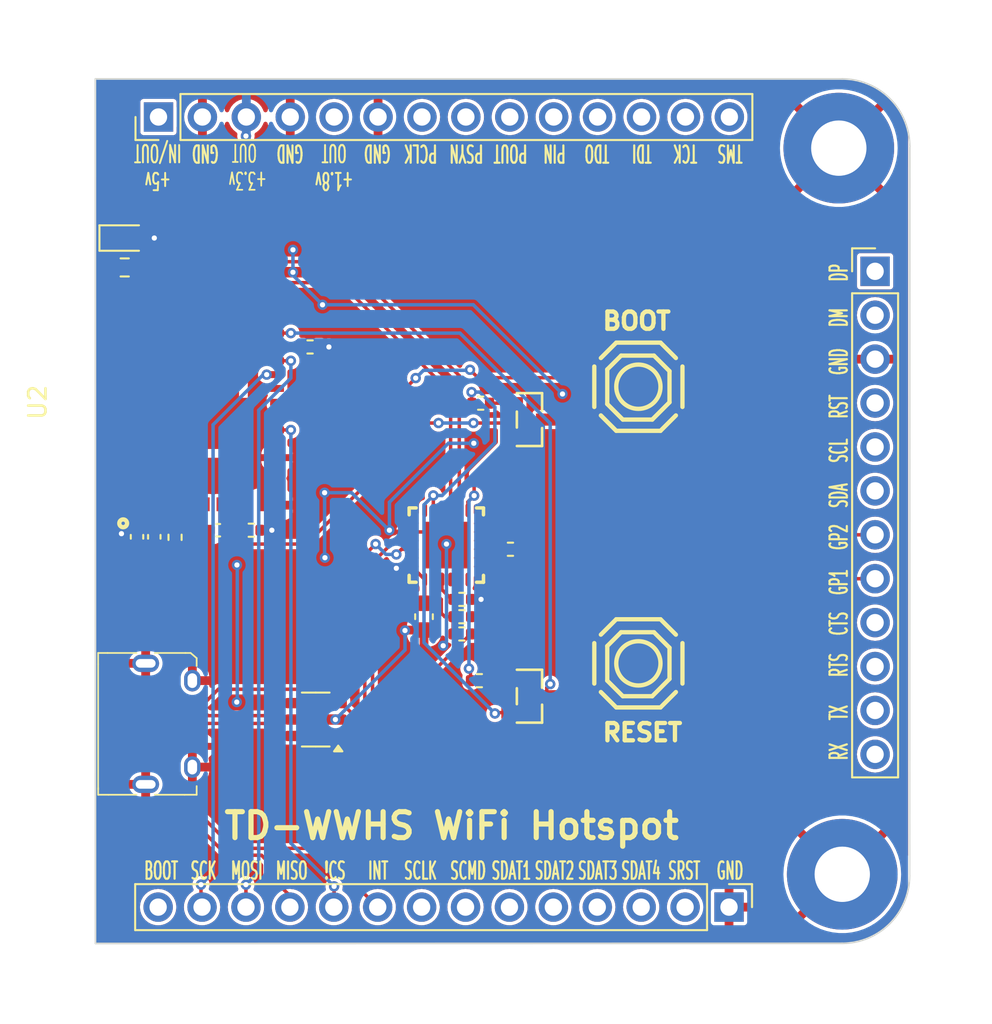
<source format=kicad_pcb>
(kicad_pcb (version 20240108) (generator "pcbnew") (generator_version "8.0")
  (title_block (title "TD-WRLS Gateway hAT") (date "2024-09-02") (rev "1.0") (company "Teledatics Incorporated") (comment 1 "James Ewing"))
  (layers (0 "F.Cu" signal) (31 "B.Cu" signal) (34 "B.Paste" user) (35 "F.Paste" user) (36 "B.SilkS" user "B.Silkscreen") (37 "F.SilkS" user "F.Silkscreen") (38 "B.Mask" user) (39 "F.Mask" user) (44 "Edge.Cuts" user))
  (net 0 "")
  (net 1 "SDIO_DAT0_1v8")
  (net 2 "SPI_MISO")
  (net 3 "MODE")
  (net 4 "SPI_IRQ")
  (net 5 "SPI_MOSI")
  (net 6 "SPI_SCK")
  (net 7 "SDIO_DAT2_1v8")
  (net 8 "SPI_!CS")
  (net 9 "SDIO_CLK_1v8")
  (net 10 "SDIO_CMD_1v8")
  (net 11 "SDIO_DAT1_1v8")
  (net 12 "SDIO_DAT3_1v8")
  (net 13 "SDIO_RESET_1v8")
  (net 14 "~{RESET}")
  (net 15 "JTAG_TCK")
  (net 16 "JTAG_TDI")
  (net 17 "JTAG_TDO")
  (net 18 "JTAG_TMS")
  (net 19 "USB_D-")
  (net 20 "UART_CTS")
  (net 21 "UART_RTS")
  (net 22 "UART_TX")
  (net 23 "I2C_SDA")
  (net 24 "GPIO2")
  (net 25 "CHIP_PU")
  (net 26 "UART_RX")
  (net 27 "USB_D+")
  (net 28 "I2C_SCL")
  (net 29 "+1V8")
  (net 30 "PCM_CLK_1v8")
  (net 31 "PCM_OUT_1v8")
  (net 32 "PCM_IN_1v8")
  (net 33 "PCM_SYNC_1v8")
  (net 34 "GND")
  (net 35 "+5V")
  (net 36 "+3V3")
  (net 37 "Net-(D1-K)")
  (net 38 "ESP32_USB_D-")
  (net 39 "Net-(IC1-RTS)")
  (net 40 "TXD")
  (net 42 "Net-(IC1-SUSPENDB)")
  (net 43 "Net-(IC1-RSTB)")
  (net 47 "Net-(IC1-VBUS)")
  (net 48 "Net-(IC1-DTR)")
  (net 55 "RXD")
  (net 57 "ESP32_USB_D+")
  (net 58 "Net-(Q1-B)")
  (net 59 "GPIO_9")
  (net 60 "Net-(Q2-B)")
  (net 61 "GPIO_8")
  (net 62 "VBUS")
  (net 67 "USB_CONN_D-")
  (net 68 "USB_CONN_D+")
  (footprint "Resistor_SMD:R_0603_1608Metric" (layer "F.Cu") (at 192.345216 88.45)
    (property "Reference" "R4")
    (property "Value" "2k2")
  )
  (footprint "easyeda2kicad:MICRO-USB-SMD_10118194-0001LF" (layer "F.Cu") (at 194.907716 114.85 -90)
    (property "Reference" "USB1")
    (property "Value" "10118194-0001LF")
  )
  (footprint "easyeda2kicad:SW-SMD_4P-L5.1-W5.1-P3.70-LS6.5-TL-2" (layer "F.Cu") (at 222.057716 111.35)
    (property "Reference" "SW2")
    (property "Value" "BOOT")
  )
  (footprint "Capacitor_SMD:C_0402_1005Metric" (layer "F.Cu") (at 193.057716 104.03 -90)
    (property "Reference" "C3")
    (property "Value" "0.1u")
  )
  (footprint "easyeda2kicad:SW-SMD_4P-L5.1-W5.1-P3.70-LS6.5-TL-2" (layer "F.Cu") (at 222.057716 95.35)
    (property "Reference" "SW1")
    (property "Value" "RESET")
  )
  (footprint "Resistor_SMD:R_0402_1005Metric" (layer "F.Cu") (at 203.067716 93.05 180)
    (property "Reference" "R1")
    (property "Value" "10K")
  )
  (footprint "easyeda2kicad:SOT-23-3_L2.9-W1.3-P1.90-LS2.4-BR" (layer "F.Cu") (at 215.757716 113.25 180)
    (property "Reference" "Q1")
    (property "Value" "L8050QLT1G")
  )
  (footprint "Capacitor_SMD:C_0402_1005Metric" (layer "F.Cu") (at 197.757716 103.65 180)
    (property "Reference" "C1")
    (property "Value" "1u")
  )
  (footprint "easyeda2kicad:QFN-24_L4.0-W4.0-P0.50-TL-EP2.6" (layer "F.Cu") (at 210.947716 104.5)
    (property "Reference" "IC1")
    (property "Value" "CP2102N-A02-GQFN24R")
  )
  (footprint "Connector_PinHeader_2.54mm:PinHeader_1x14_P2.54mm_Vertical" (layer "F.Cu") (at 194.3 79.75 90)
    (property "Reference" "J3")
    (property "Value" "Conn_01x14_Male")
  )
  (footprint "MountingHole:MountingHole_3.2mm_M3_Pad" (layer "F.Cu") (at 233.85 123.55)
    (property "Reference" "H2")
    (property "Value" "MountingHole")
  )
  (footprint "Resistor_SMD:R_0402_1005Metric" (layer "F.Cu") (at 212.937716 96.3 180)
    (property "Reference" "R6")
    (property "Value" "10K")
  )
  (footprint "MountingHole:MountingHole_3.2mm_M3_Pad" (layer "F.Cu") (at 233.65 81.55)
    (property "Reference" "H1")
    (property "Value" "MountingHole")
  )
  (footprint "Capacitor_SMD:C_0603_1608Metric" (layer "F.Cu") (at 209.657716 108.65 90)
    (property "Reference" "C4")
    (property "Value" "22u")
  )
  (footprint "Connector_PinHeader_2.54mm:PinHeader_1x12_P2.54mm_Vertical" (layer "F.Cu") (at 235.75 88.675)
    (property "Reference" "J2")
    (property "Value" "Conn_01x12_Male")
  )
  (footprint "Package_TO_SOT_SMD:SOT-23-6" (layer "F.Cu") (at 203.395216 114.6 180)
    (property "Reference" "U1")
    (property "Value" "USBLC6-2SC6")
  )
  (footprint "Resistor_SMD:R_0402_1005Metric" (layer "F.Cu") (at 195.257716 104.06 90)
    (property "Reference" "R2")
    (property "Value" "10K")
  )
  (footprint "Resistor_SMD:R_0402_1005Metric" (layer "F.Cu") (at 214.657716 104.75)
    (property "Reference" "R7")
    (property "Value" "10K")
  )
  (footprint "Resistor_SMD:R_0402_1005Metric" (layer "F.Cu") (at 211.847716 108.65)
    (property "Reference" "R8")
    (property "Value" "47K")
  )
  (footprint "Resistor_SMD:R_0402_1005Metric" (layer "F.Cu") (at 212.857716 112.35 180)
    (property "Reference" "R5")
    (property "Value" "10K")
  )
  (footprint "easyeda2kicad:SOT-23-3_L2.9-W1.3-P1.90-LS2.4-BR" (layer "F.Cu") (at 215.757716 97.25 180)
    (property "Reference" "Q2")
    (property "Value" "L8050QLT1G")
  )
  (footprint "Resistor_SMD:R_0402_1005Metric" (layer "F.Cu") (at 211.847716 109.65 180)
    (property "Reference" "R10")
    (property "Value" "22K")
  )
  (footprint "Resistor_SMD:R_0402_1005Metric" (layer "F.Cu") (at 199.667716 103.65 180)
    (property "Reference" "R3")
    (property "Value" "10K")
  )
  (footprint "LED_SMD:LED_0603_1608Metric" (layer "F.Cu") (at 192.370216 86.75)
    (property "Reference" "D1")
    (property "Value" "RD")
  )
  (footprint "Connector_PinHeader_2.54mm:PinHeader_1x14_P2.54mm_Vertical" (layer "F.Cu") (at 227.3 125.45 -90)
    (property "Reference" "J1")
    (property "Value" "Conn_01x14_Male")
  )
  (footprint "Resistor_SMD:R_0402_1005Metric" (layer "F.Cu") (at 211.847716 107.65 180)
    (property "Reference" "R9")
    (property "Value" "2K")
  )
  (footprint "Capacitor_SMD:C_0402_1005Metric" (layer "F.Cu") (at 194.057716 104.03 -90)
    (property "Reference" "C2")
    (property "Value" "10u")
  )
  (footprint "easyeda2kicad:WIFIM-SMD_ESP32-C3-MINI-1" (layer "F.Cu") (at 196.257716 96.25 90)
    (property "Reference" "U2")
    (property "Value" "ESP32-C3-MINI-1-N4")
  )
  (footprint "teledatics:teledatics_logo_kicad_footprint" (layer "F.Cu") (at 214.944434 100.756453)
    (property "Reference" "G***")
    (property "Value" "LOGO" (hide yes))
  )
  (gr_line (start 233.842284 127.542284) (end 190.657716 127.55) (stroke (width 0.1)) (layer "Edge.Cuts"))
  (gr_line (start 190.657716 77.55) (end 233.857716 77.55) (stroke (width 0.1)) (layer "Edge.Cuts"))
  (gr_arc (start 237.742284 123.642284) (mid 236.6 126.4) (end 233.842284 127.542284) (stroke (width 0.1)) (layer "Edge.Cuts"))
  (gr_arc (start 233.85 77.55) (mid 236.607716 78.692284) (end 237.75 81.45) (stroke (width 0.1)) (layer "Edge.Cuts"))
  (gr_line (start 190.657716 127.55) (end 190.65 77.55) (stroke (width 0.1)) (layer "Edge.Cuts"))
  (gr_line (start 237.75 81.45) (end 237.742284 123.642284) (stroke (width 0.1)) (layer "Edge.Cuts"))
  (gr_text "+5v\nIN/OUT" (at 194.257716 82.633035 180) (layer "F.SilkS") (effects (font (size 1 0.5) (thickness 0.1125))))
  (gr_text "INT" (at 207.007716 123.35 0) (layer "F.SilkS") (effects (font (size 1 0.5) (thickness 0.125))))
  (gr_text "TMS" (at 227.357716 81.85 180) (layer "F.SilkS") (effects (font (size 1 0.5) (thickness 0.125))))
  (gr_text "PSYN" (at 212.107716 81.85 180) (layer "F.SilkS") (effects (font (size 1 0.5) (thickness 0.125))))
  (gr_text "GP1" (at 233.657716 106.65 90) (layer "F.SilkS") (effects (font (size 1 0.5) (thickness 0.125))))
  (gr_text "PIN" (at 217.207716 81.85 180) (layer "F.SilkS") (effects (font (size 1 0.5) (thickness 0.125))))
  (gr_text "TD-WWHS WiFi Hotspot" (at 211.257716 120.75 0) (layer "F.SilkS") (effects (font (size 1.5 1.5) (thickness 0.3))))
  (gr_text "TDI" (at 222.257716 81.85 180) (layer "F.SilkS") (effects (font (size 1 0.5) (thickness 0.125))))
  (gr_text "+3.3v\n OUT" (at 199.457716 82.611097 180) (layer "F.SilkS") (effects (font (size 1 0.5) (thickness 0.1))))
  (gr_text "TX" (at 233.657716 114.2 90) (layer "F.SilkS") (effects (font (size 1 0.5) (thickness 0.125))))
  (gr_text "SCLK" (at 209.457716 123.35 0) (layer "F.SilkS") (effects (font (size 1 0.5) (thickness 0.125))))
  (gr_text "TCK" (at 224.757716 81.85 180) (layer "F.SilkS") (effects (font (size 1 0.5) (thickness 0.125))))
  (gr_text "DM" (at 233.657716 91.35 90) (layer "F.SilkS") (effects (font (size 1 0.5) (thickness 0.125))))
  (gr_text "RESET" (at 222.29105 115.35 0) (layer "F.SilkS") (effects (font (size 1 1) (thickness 0.25) (bold yes))))
  (gr_text "RX" (at 233.657716 116.45 90) (layer "F.SilkS") (effects (font (size 1 0.5) (thickness 0.125))))
  (gr_text "SCK" (at 196.907716 123.35 0) (layer "F.SilkS") (effects (font (size 1 0.5) (thickness 0.125))))
  (gr_text "SDA" (at 233.657716 101.65 90) (layer "F.SilkS") (effects (font (size 1 0.5) (thickness 0.125))))
  (gr_text "+1.8v\nOUT" (at 204.457716 82.633035 180) (layer "F.SilkS") (effects (font (size 1 0.5) (thickness 0.1125))))
  (gr_text "TDO" (at 219.657716 81.85 180) (layer "F.SilkS") (effects (font (size 1 0.5) (thickness 0.125))))
  (gr_text "POUT" (at 214.657716 81.85 180) (layer "F.SilkS") (effects (font (size 1 0.5) (thickness 0.125))))
  (gr_text "CTS" (at 233.657716 109.05 90) (layer "F.SilkS") (effects (font (size 1 0.5) (thickness 0.125))))
  (gr_text "SCMD" (at 212.207716 123.35 0) (layer "F.SilkS") (effects (font (size 1 0.5) (thickness 0.125))))
  (gr_text "RTS" (at 233.657716 111.45 90) (layer "F.SilkS") (effects (font (size 1 0.5) (thickness 0.125))))
  (gr_text "GP2" (at 233.657716 104.05 90) (layer "F.SilkS") (effects (font (size 1 0.5) (thickness 0.125))))
  (gr_text "GND" (at 197.007716 81.85 180) (layer "F.SilkS") (effects (font (size 1 0.5) (thickness 0.125))))
  (gr_text "SDAT4" (at 222.207716 123.35 0) (layer "F.SilkS") (effects (font (size 1 0.5) (thickness 0.125))))
  (gr_text "GND" (at 233.657716 93.9 90) (layer "F.SilkS") (effects (font (size 1 0.5) (thickness 0.125))))
  (gr_text "GND" (at 206.957716 81.85 180) (layer "F.SilkS") (effects (font (size 1 0.5) (thickness 0.125))))
  (gr_text "SCL" (at 233.657716 99.05 90) (layer "F.SilkS") (effects (font (size 1 0.5) (thickness 0.125))))
  (gr_text "SDAT2" (at 217.207716 123.35 0) (layer "F.SilkS") (effects (font (size 1 0.5) (thickness 0.125))))
  (gr_text "SDAT1" (at 214.707716 123.35 0) (layer "F.SilkS") (effects (font (size 1 0.5) (thickness 0.125))))
  (gr_text "RST" (at 233.657716 96.5 90) (layer "F.SilkS") (effects (font (size 1 0.5) (thickness 0.125))))
  (gr_text "SRST" (at 224.707716 123.35 0) (layer "F.SilkS") (effects (font (size 1 0.5) (thickness 0.125))))
  (gr_text "!CS" (at 204.507716 123.35 0) (layer "F.SilkS") (effects (font (size 1 0.5) (thickness 0.125))))
  (gr_text "GND" (at 227.357716 123.35 0) (layer "F.SilkS") (effects (font (size 1 0.5) (thickness 0.125))))
  (gr_text "DP" (at 233.657716 88.75 90) (layer "F.SilkS") (effects (font (size 1 0.5) (thickness 0.125))))
  (gr_text "BOOT" (at 194.457716 123.35 0) (layer "F.SilkS") (effects (font (size 1 0.5) (thickness 0.125))))
  (gr_text "MOSI" (at 199.407716 123.35 0) (layer "F.SilkS") (effects (font (size 1 0.5) (thickness 0.125))))
  (gr_text "MISO" (at 202.007716 123.35 0) (layer "F.SilkS") (effects (font (size 1 0.5) (thickness 0.125))))
  (gr_text "SDAT3" (at 219.707716 123.35 0) (layer "F.SilkS") (effects (font (size 1 0.5) (thickness 0.125))))
  (gr_text "GND" (at 201.907716 81.85 180) (layer "F.SilkS") (effects (font (size 1 0.5) (thickness 0.125))))
  (gr_text "BOOT" (at 221.957716 91.55 0) (layer "F.SilkS") (effects (font (size 1 1) (thickness 0.25) (bold yes))))
  (gr_text "PCLK" (at 209.457716 81.85 180) (layer "F.SilkS") (effects (font (size 1 0.5) (thickness 0.125))))
  (segment (start 195.457716 102.15) (end 195.457716 102.95) (width 0.2) (layer "F.Cu") (net 2))
  (segment (start 200.257716 122.45) (end 198.257716 122.45) (width 0.2) (layer "F.Cu") (net 2))
  (segment (start 195.457716 103.35) (end 195.257716 103.55) (width 0.2) (layer "F.Cu") (net 2))
  (segment (start 195.957716 104.95) (end 195.957716 104.15) (width 0.2) (layer "F.Cu") (net 2))
  (segment (start 200.657716 122.85) (end 200.257716 122.45) (width 0.2) (layer "F.Cu") (net 2))
  (segment (start 201.9 124.792284) (end 200.657716 123.55) (width 0.2) (layer "F.Cu") (net 2))
  (segment (start 194.757716 106.15) (end 195.957716 104.95) (width 0.2) (layer "F.Cu") (net 2))
  (segment (start 198.257716 122.45) (end 194.757716 118.95) (width 0.2) (layer "F.Cu") (net 2))
  (segment (start 195.957716 104.15) (end 195.357716 103.55) (width 0.2) (layer "F.Cu") (net 2))
  (segment (start 195.357716 103.55) (end 195.257716 103.55) (width 0.2) (layer "F.Cu") (net 2))
  (segment (start 194.757716 118.95) (end 194.757716 106.15) (width 0.2) (layer "F.Cu") (net 2))
  (segment (start 200.657716 123.55) (end 200.657716 122.85) (width 0.2) (layer "F.Cu") (net 2))
  (segment (start 201.9 125.45) (end 201.9 124.792284) (width 0.2) (layer "F.Cu") (net 2))
  (segment (start 195.457716 102.95) (end 195.457716 103.35) (width 0.2) (layer "F.Cu") (net 2))
  (segment (start 195.257716 106.35) (end 195.257716 118.65) (width 0.2) (layer "F.Cu") (net 4))
  (segment (start 196.257716 103.65) (end 196.457716 103.85) (width 0.2) (layer "F.Cu") (net 4))
  (segment (start 195.257716 118.65) (end 198.557716 121.95) (width 0.2) (layer "F.Cu") (net 4))
  (segment (start 205.157716 122.05) (end 205.757716 122.65) (width 0.2) (layer "F.Cu") (net 4))
  (segment (start 196.257716 102.15) (end 196.257716 103.65) (width 0.2) (layer "F.Cu") (net 4))
  (segment (start 196.457716 103.85) (end 196.457716 105.15) (width 0.2) (layer "F.Cu") (net 4))
  (segment (start 196.457716 105.15) (end 195.257716 106.35) (width 0.2) (layer "F.Cu") (net 4))
  (segment (start 198.557716 121.95) (end 198.557716 122.05) (width 0.2) (layer "F.Cu") (net 4))
  (segment (start 205.757716 124.227716) (end 206.98 125.45) (width 0.2) (layer "F.Cu") (net 4))
  (segment (start 198.557716 122.05) (end 205.157716 122.05) (width 0.2) (layer "F.Cu") (net 4))
  (segment (start 205.757716 122.65) (end 205.757716 124.227716) (width 0.2) (layer "F.Cu") (net 4))
  (segment (start 199.357716 124.15) (end 199.357716 125.447716) (width 0.2) (layer "F.Cu") (net 5))
  (segment (start 201.157716 93.85) (end 201.957716 93.85) (width 0.2) (layer "F.Cu") (net 5))
  (segment (start 199.357716 125.447716) (end 199.36 125.45) (width 0.2) (layer "F.Cu") (net 5))
  (via (at 199.357716 124.15) (size 0.6) (drill 0.3) (layers "F.Cu" "B.Cu") (net 5))
  (via (at 201.957716 93.85) (size 0.6) (drill 0.3) (layers "F.Cu" "B.Cu") (net 5))
  (segment (start 201.957716 94.85) (end 200.097716 96.71) (width 0.2) (layer "B.Cu") (net 5))
  (segment (start 201.957716 93.85) (end 201.957716 94.85) (width 0.2) (layer "B.Cu") (net 5))
  (segment (start 200.097716 123.41) (end 199.357716 124.15) (width 0.2) (layer "B.Cu") (net 5))
  (segment (start 200.097716 96.71) (end 200.097716 123.41) (width 0.2) (layer "B.Cu") (net 5))
  (segment (start 196.757716 125.387716) (end 196.82 125.45) (width 0.2) (layer "F.Cu") (net 6))
  (segment (start 196.757716 124.15) (end 196.757716 125.387716) (width 0.2) (layer "F.Cu") (net 6))
  (via (at 196.757716 124.15) (size 0.6) (drill 0.3) (layers "F.Cu" "B.Cu") (net 6))
  (via (at 200.557716 94.65) (size 0.6) (drill 0.3) (layers "F.Cu" "B.Cu") (net 6))
  (segment (start 197.457716 97.55) (end 197.457716 123.45) (width 0.2) (layer "B.Cu") (net 6))
  (segment (start 200.557716 94.65) (end 200.357716 94.65) (width 0.2) (layer "B.Cu") (net 6))
  (segment (start 200.357716 94.65) (end 197.457716 97.55) (width 0.2) (layer "B.Cu") (net 6))
  (segment (start 197.457716 123.45) (end 196.757716 124.15) (width 0.2) (layer "B.Cu") (net 6))
  (segment (start 201.157716 97.85) (end 201.957716 97.85) (width 0.2) (layer "F.Cu") (net 8))
  (segment (start 204.457716 124.25) (end 204.457716 125.432284) (width 0.2) (layer "F.Cu") (net 8))
  (segment (start 204.457716 125.432284) (end 204.44 125.45) (width 0.2) (layer "F.Cu") (net 8))
  (via (at 204.457716 124.25) (size 0.6) (drill 0.3) (layers "F.Cu" "B.Cu") (net 8))
  (via (at 201.957716 97.85) (size 0.6) (drill 0.3) (layers "F.Cu" "B.Cu") (net 8))
  (segment (start 201.957716 97.85) (end 201.957716 121.75) (width 0.2) (layer "B.Cu") (net 8))
  (segment (start 201.957716 121.75) (end 204.457716 124.25) (width 0.2) (layer "B.Cu") (net 8))
  (segment (start 201.177716 96.23) (end 201.157716 96.25) (width 0.2) (layer "F.Cu") (net 24))
  (segment (start 218.347716 94.83) (end 212.777716 94.83) (width 0.2) (layer "F.Cu") (net 24))
  (segment (start 207.817716 96.21) (end 209.177716 94.85) (width 0.2) (layer "F.Cu") (net 24))
  (segment (start 235.75 103.915) (end 227.432716 103.915) (width 0.2) (layer "F.Cu") (net 24))
  (segment (start 227.432716 103.915) (end 218.347716 94.83) (width 0.2) (layer "F.Cu") (net 24))
  (segment (start 207.817716 96.23) (end 201.177716 96.23) (width 0.2) (layer "F.Cu") (net 24))
  (segment (start 207.817716 96.23) (end 207.817716 96.21) (width 0.2) (layer "F.Cu") (net 24))
  (segment (start 212.777716 94.83) (end 212.317716 94.37) (width 0.2) (layer "F.Cu") (net 24))
  (via (at 209.177716 94.85) (size 0.6) (drill 0.3) (layers "F.Cu" "B.Cu") (net 24))
  (via (at 212.317716 94.37) (size 0.6) (drill 0.3) (layers "F.Cu" "B.Cu") (net 24))
  (segment (start 209.627716 94.4) (end 209.177716 94.85) (width 0.2) (layer "B.Cu") (net 24))
  (segment (start 212.317716 94.37) (end 212.287716 94.4) (width 0.2) (layer "B.Cu") (net 24))
  (segment (start 212.287716 94.4) (end 209.627716 94.4) (width 0.2) (layer "B.Cu") (net 24))
  (segment (start 212.517716 97.45) (end 216.557716 97.45) (width 0.2) (layer "F.Cu") (net 25))
  (segment (start 198.237716 103.65) (end 198.237716 104.03) (width 0.2) (layer "F.Cu") (net 25))
  (segment (start 197.857716 102.15) (end 197.857716 103.27) (width 0.2) (layer "F.Cu") (net 25))
  (segment (start 209.857716 97.45) (end 202.857716 104.45) (width 0.2) (layer "F.Cu") (net 25))
  (segment (start 210.497716 97.45) (end 209.857716 97.45) (width 0.2) (layer "F.Cu") (net 25))
  (segment (start 216.557716 97.45) (end 216.757716 97.25) (width 0.2) (layer "F.Cu") (net 25))
  (segment (start 198.237716 104.03) (end 198.657716 104.45) (width 0.2) (layer "F.Cu") (net 25))
  (segment (start 202.857716 104.45) (end 198.657716 104.45) (width 0.2) (layer "F.Cu") (net 25))
  (segment (start 197.857716 103.27) (end 198.237716 103.65) (width 0.2) (layer "F.Cu") (net 25))
  (segment (start 199.157716 103.95) (end 199.157716 103.65) (width 0.2) (layer "F.Cu") (net 25))
  (segment (start 198.657716 104.45) (end 199.157716 103.95) (width 0.2) (layer "F.Cu") (net 25))
  (segment (start 228.012716 106.455) (end 218.757716 97.2) (width 0.2) (layer "F.Cu") (net 25))
  (segment (start 235.75 106.455) (end 228.012716 106.455) (width 0.2) (layer "F.Cu") (net 25))
  (segment (start 216.757716 97.25) (end 218.707716 97.25) (width 0.2) (layer "F.Cu") (net 25))
  (segment (start 218.707716 97.25) (end 218.757716 97.2) (width 0.2) (layer "F.Cu") (net 25))
  (via (at 210.497716 97.45) (size 0.6) (drill 0.3) (layers "F.Cu" "B.Cu") (net 25))
  (via (at 212.517716 97.45) (size 0.6) (drill 0.3) (layers "F.Cu" "B.Cu") (net 25))
  (segment (start 210.497716 97.45) (end 212.517716 97.45) (width 0.2) (layer "B.Cu") (net 25))
  (segment (start 208.947716 103.75) (end 210.187716 103.75) (width 0.2) (layer "F.Cu") (net 34))
  (segment (start 210.187716 103.75) (end 210.947716 104.51) (width 0.2) (layer "F.Cu") (net 34))
  (via (at 203.787716 90.61) (size 0.6) (drill 0.3) (layers "F.Cu" "B.Cu") (net 34))
  (via (at 217.667716 95.77) (size 0.6) (drill 0.3) (layers "F.Cu" "B.Cu") (net 34))
  (via (at 203.927716 105.24) (size 0.6) (drill 0.3) (layers "F.Cu" "B.Cu") (net 34))
  (via (at 210.767716 110.33) (size 0.6) (drill 0.3) (layers "F.Cu" "B.Cu") (net 34))
  (via (at 198.827716 113.59) (size 0.6) (drill 0.3) (layers "F.Cu" "B.Cu") (net 34))
  (via (at 204.532716 114.6) (size 0.6) (drill 0.3) (layers "F.Cu" "B.Cu") (net 34))
  (via (at 210.957716 104.45) (size 0.6) (drill 0.3) (layers "F.Cu" "B.Cu") (net 34))
  (via (at 207.657716 103.65) (size 0.6) (drill 0.3) (layers "F.Cu" "B.Cu") (net 34))
  (via (at 212.537716 98.62) (size 0.6) (drill 0.3) (layers "F.Cu" "B.Cu") (net 34))
  (via (at 198.837716 105.66) (size 0.6) (drill 0.3) (layers "F.Cu" "B.Cu") (net 34))
  (via (at 203.907716 101.48) (size 0.6) (drill 0.3) (layers "F.Cu" "B.Cu") (net 34))
  (via (at 208.557716 109.45) (size 0.6) (drill 0.3) (layers "F.Cu" "B.Cu") (net 34))
  (via (at 202.077716 88.73) (size 0.6) (drill 0.3) (layers "F.Cu" "B.Cu") (net 34))
  (via (at 202.077716 87.43) (size 0.6) (drill 0.3) (layers "F.Cu" "B.Cu") (net 34))
  (segment (start 207.637716 103.65) (end 205.467716 101.48) (width 0.2) (layer "B.Cu") (net 34))
  (segment (start 203.907716 105.22) (end 203.927716 105.24) (width 0.2) (layer "B.Cu") (net 34))
  (segment (start 204.532716 114.6) (end 208.557716 110.575) (width 0.2) (layer "B.Cu") (net 34))
  (segment (start 198.857716 113.56) (end 198.827716 113.59) (width 0.2) (layer "B.Cu") (net 34))
  (segment (start 208.557716 110.575) (end 208.557716 109.45) (width 0.2) (layer "B.Cu") (net 34))
  (segment (start 211.067716 98.62) (end 207.657716 102.03) (width 0.2) (layer "B.Cu") (net 34))
  (segment (start 207.657716 102.03) (end 207.657716 103.65) (width 0.2) (layer "B.Cu") (net 34))
  (segment (start 203.787716 90.61) (end 212.507716 90.61) (width 0.2) (layer "B.Cu") (net 34))
  (segment (start 198.837716 105.66) (end 198.857716 105.68) (width 0.2) (layer "B.Cu") (net 34))
  (segment (start 212.537716 98.62) (end 211.067716 98.62) (width 0.2) (layer "B.Cu") (net 34))
  (segment (start 205.467716 101.48) (end 203.907716 101.48) (width 0.2) (layer "B.Cu") (net 34))
  (segment (start 203.907716 101.48) (end 203.907716 105.22) (width 0.2) (layer "B.Cu") (net 34))
  (segment (start 207.657716 103.65) (end 207.637716 103.65) (width 0.2) (layer "B.Cu") (net 34))
  (segment (start 212.507716 90.61) (end 217.667716 95.77) (width 0.2) (layer "B.Cu") (net 34))
  (segment (start 210.957716 104.45) (end 210.957716 110.14) (width 0.2) (layer "B.Cu") (net 34))
  (segment (start 203.787716 90.61) (end 202.077716 88.9) (width 0.2) (layer "B.Cu") (net 34))
  (segment (start 198.857716 105.68) (end 198.857716 113.56) (width 0.2) (layer "B.Cu") (net 34))
  (segment (start 210.957716 110.14) (end 210.767716 110.33) (width 0.2) (layer "B.Cu") (net 34))
  (segment (start 202.077716 88.9) (end 202.077716 87.43) (width 0.2) (layer "B.Cu") (net 34))
  (segment (start 204.157716 93.05) (end 203.577716 93.05) (width 0.2) (layer "F.Cu") (net 36))
  (segment (start 194.057716 86.75) (end 193.157716 86.75) (width 0.2) (layer "F.Cu") (net 36))
  (segment (start 208.157716 105.75) (end 208.947716 105.75) (width 0.2) (layer "F.Cu") (net 36))
  (segment (start 208.057716 105.85) (end 208.157716 105.75) (width 0.2) (layer "F.Cu") (net 36))
  (segment (start 209.697716 106.5) (end 208.947716 105.75) (width 0.2) (layer "F.Cu") (net 36))
  (segment (start 209.697716 106.5) (end 209.697716 107.835) (width 0.2) (layer "F.Cu") (net 36))
  (segment (start 199.38 80.827716) (end 199.38 79.75) (width 0.2) (layer "F.Cu") (net 36))
  (segment (start 194.057716 103.55) (end 195.077716 104.57) (width 0.2) (layer "F.Cu") (net 36))
  (segment (start 209.697716 107.835) (end 209.657716 107.875) (width 0.2) (layer "F.Cu") (net 36))
  (segment (start 199.357716 80.85) (end 199.38 80.827716) (width 0.2) (layer "F.Cu") (net 36))
  (segment (start 208.947716 105.25) (end 208.947716 105.75) (width 0.2) (layer "F.Cu") (net 36))
  (segment (start 200.857716 103.65) (end 200.177716 103.65) (width 0.2) (layer "F.Cu") (net 36))
  (segment (start 192.157716 103.85) (end 192.457716 103.55) (width 0.2) (layer "F.Cu") (net 36))
  (segment (start 212.957716 107.65) (end 212.357716 107.65) (width 0.2) (layer "F.Cu") (net 36))
  (segment (start 195.077716 104.57) (end 195.257716 104.57) (width 0.2) (layer "F.Cu") (net 36))
  (segment (start 193.857716 102.15) (end 193.857716 103.35) (width 0.2) (layer "F.Cu") (net 36))
  (segment (start 193.857716 103.35) (end 194.057716 103.55) (width 0.2) (layer "F.Cu") (net 36))
  (segment (start 192.457716 103.55) (end 194.057716 103.55) (width 0.2) (layer "F.Cu") (net 36))
  (via (at 200.857716 103.65) (size 0.6) (drill 0.3) (layers "F.Cu" "B.Cu") (net 36))
  (via (at 192.157716 103.85) (size 0.6) (drill 0.3) (layers "F.Cu" "B.Cu") (net 36))
  (via (at 199.357716 80.85) (size 0.6) (drill 0.3) (layers "F.Cu" "B.Cu") (net 36))
  (via (at 208.057716 105.85) (size 0.6) (drill 0.3) (layers "F.Cu" "B.Cu") (net 36))
  (via (at 212.957716 107.65) (size 0.6) (drill 0.3) (layers "F.Cu" "B.Cu") (net 36))
  (via (at 204.157716 93.05) (size 0.6) (drill 0.3) (layers "F.Cu" "B.Cu") (net 36))
  (via (at 194.057716 86.75) (size 0.6) (drill 0.3) (layers "F.Cu" "B.Cu") (net 36))
  (segment (start 191.582716 86.75) (end 191.582716 88.3875) (width 0.2) (layer "F.Cu") (net 37))
  (segment (start 191.582716 88.3875) (end 191.520216 88.45) (width 0.2) (layer "F.Cu") (net 37))
  (segment (start 206.857716 104.45) (end 206.998616 104.5909) (width 0.2) (layer "F.Cu") (net 38))
  (segment (start 206.232716 113.8568) (end 205.714516 114.375) (width 0.2) (layer "F.Cu") (net 38))
  (segment (start 205.714516 114.375) (end 205.620216 114.375) (width 0.2) (layer "F.Cu") (net 38))
  (segment (start 208.357716 104.75) (end 208.947716 104.75) (width 0.2) (layer "F.Cu") (net 38))
  (segment (start 206.857716 104.45) (end 206.232716 105.075) (width 0.2) (layer "F.Cu") (net 38))
  (segment (start 205.620216 114.375) (end 204.895216 113.65) (width 0.2) (layer "F.Cu") (net 38))
  (segment (start 208.057716 105.05) (end 208.357716 104.75) (width 0.2) (layer "F.Cu") (net 38))
  (segment (start 204.895216 113.65) (end 204.532716 113.65) (width 0.2) (layer "F.Cu") (net 38))
  (segment (start 206.232716 105.075) (end 206.232716 113.8568) (width 0.2) (layer "F.Cu") (net 38))
  (via (at 208.057716 105.05) (size 0.6) (drill 0.3) (layers "F.Cu" "B.Cu") (net 38))
  (via (at 206.857716 104.45) (size 0.6) (drill 0.3) (layers "F.Cu" "B.Cu") (net 38))
  (segment (start 207.457716 105.05) (end 208.057716 105.05) (width 0.2) (layer "B.Cu") (net 38))
  (segment (start 206.857716 104.45) (end 207.457716 105.05) (width 0.2) (layer "B.Cu") (net 38))
  (segment (start 212.197716 102.01) (end 212.557716 101.65) (width 0.2) (layer "F.Cu") (net 39))
  (segment (start 212.557716 100.4) (end 214.757716 98.2) (width 0.2) (layer "F.Cu") (net 39))
  (segment (start 212.347716 111.74) (end 212.347716 112.35) (width 0.2) (layer "F.Cu") (net 39))
  (segment (start 212.257716 111.65) (end 212.347716 111.74) (width 0.2) (layer "F.Cu") (net 39))
  (segment (start 212.197716 102.5) (end 212.197716 102.01) (width 0.2) (layer "F.Cu") (net 39))
  (segment (start 212.557716 101.65) (end 212.557716 100.4) (width 0.2) (layer "F.Cu") (net 39))
  (via (at 212.557716 101.65) (size 0.6) (drill 0.3) (layers "F.Cu" "B.Cu") (net 39))
  (via (at 212.257716 111.65) (size 0.6) (drill 0.3) (layers "F.Cu" "B.Cu") (net 39))
  (segment (start 212.257716 101.95) (end 212.557716 101.65) (width 0.2) (layer "B.Cu") (net 39))
  (segment (start 212.257716 111.65) (end 212.257716 101.95) (width 0.2) (layer "B.Cu") (net 39))
  (segment (start 205.107716 88.12) (end 211.697716 94.71) (width 0.2) (layer "F.Cu") (net 40))
  (segment (start 195.457716 88.92) (end 196.257716 88.12) (width 0.2) (layer "F.Cu") (net 40))
  (segment (start 211.697716 94.71) (end 211.697716 102.5) (width 0.2) (layer "F.Cu") (net 40))
  (segment (start 195.457716 90.35) (end 195.457716 88.92) (width 0.2) (layer "F.Cu") (net 40))
  (segment (start 196.257716 88.12) (end 205.107716 88.12) (width 0.2) (layer "F.Cu") (net 40))
  (segment (start 214.147716 104.75) (end 212.947716 104.75) (width 0.2) (layer "F.Cu") (net 42))
  (segment (start 211.257716 107.65) (end 210.697716 107.09) (width 0.2) (layer "F.Cu") (net 43))
  (segment (start 210.697716 107.09) (end 210.697716 106.5) (width 0.2) (layer "F.Cu") (net 43))
  (segment (start 211.337716 107.65) (end 211.257716 107.65) (width 0.2) (layer "F.Cu") (net 43))
  (segment (start 210.197716 107.19) (end 210.657716 107.65) (width 0.2) (layer "F.Cu") (net 47))
  (segment (start 210.657716 107.65) (end 210.657716 108.45) (width 0.2) (layer "F.Cu") (net 47))
  (segment (start 211.337716 108.65) (end 211.337716 109.65) (width 0.2) (layer "F.Cu") (net 47))
  (segment (start 210.197716 106.5) (end 210.197716 107.19) (width 0.2) (layer "F.Cu") (net 47))
  (segment (start 210.857716 108.65) (end 211.337716 108.65) (width 0.2) (layer "F.Cu") (net 47))
  (segment (start 210.657716 108.45) (end 210.857716 108.65) (width 0.2) (layer "F.Cu") (net 47))
  (segment (start 212.407716 96.28) (end 212.427716 96.3) (width 0.2) (layer "F.Cu") (net 48))
  (segment (start 213.807716 114.2) (end 213.757716 114.25) (width 0.2) (layer "F.Cu") (net 48))
  (segment (start 212.407716 95.66) (end 212.407716 96.28) (width 0.2) (layer "F.Cu") (net 48))
  (segment (start 214.757716 114.2) (end 213.807716 114.2) (width 0.2) (layer "F.Cu") (net 48))
  (segment (start 210.197716 101.64) (end 210.197716 102.5) (width 0.2) (layer "F.Cu") (net 48))
  (via (at 213.757716 114.25) (size 0.6) (drill 0.3) (layers "F.Cu" "B.Cu") (net 48))
  (via (at 210.197716 101.64) (size 0.6) (drill 0.3) (layers "F.Cu" "B.Cu") (net 48))
  (via (at 212.407716 95.66) (size 0.6) (drill 0.3) (layers "F.Cu" "B.Cu") (net 48))
  (segment (start 213.757716 96.53) (end 212.887716 95.66) (width 0.2) (layer "B.Cu") (net 48))
  (segment (start 210.707716 101.64) (end 213.757716 98.59) (width 0.2) (layer "B.Cu") (net 48))
  (segment (start 210.197716 101.64) (end 209.657716 102.18) (width 0.2) (layer "B.Cu") (net 48))
  (segment (start 212.887716 95.66) (end 212.407716 95.66) (width 0.2) (layer "B.Cu") (net 48))
  (segment (start 213.757716 98.59) (end 213.757716 96.53) (width 0.2) (layer "B.Cu") (net 48))
  (segment (start 209.657716 102.18) (end 209.657716 110.15) (width 0.2) (layer "B.Cu") (net 48))
  (segment (start 209.657716 110.15) (end 213.757716 114.25) (width 0.2) (layer "B.Cu") (net 48))
  (segment (start 210.197716 101.64) (end 210.707716 101.64) (width 0.2) (layer "B.Cu") (net 48))
  (segment (start 196.257716 89.57) (end 196.257716 90.35) (width 0.2) (layer "F.Cu") (net 55))
  (segment (start 204.827716 89.33) (end 196.497716 89.33) (width 0.2) (layer "F.Cu") (net 55))
  (segment (start 211.197716 95.7) (end 204.827716 89.33) (width 0.2) (layer "F.Cu") (net 55))
  (segment (start 196.497716 89.33) (end 196.257716 89.57) (width 0.2) (layer "F.Cu") (net 55))
  (segment (start 211.197716 102.5) (end 211.197716 95.7) (width 0.2) (layer "F.Cu") (net 55))
  (segment (start 205.900916 114.825) (end 206.682716 114.0432) (width 0.2) (layer "F.Cu") (net 57))
  (segment (start 204.895216 115.55) (end 205.620216 114.825) (width 0.2) (layer "F.Cu") (net 57))
  (segment (start 204.532716 115.55) (end 204.895216 115.55) (width 0.2) (layer "F.Cu") (net 57))
  (segment (start 206.682716 105.525) (end 207.957716 104.25) (width 0.2) (layer "F.Cu") (net 57))
  (segment (start 206.682716 114.0432) (end 206.682716 105.525) (width 0.2) (layer "F.Cu") (net 57))
  (segment (start 205.620216 114.825) (end 205.900916 114.825) (width 0.2) (layer "F.Cu") (net 57))
  (segment (start 207.957716 104.25) (end 208.947716 104.25) (width 0.2) (layer "F.Cu") (net 57))
  (segment (start 214.757716 112.3) (end 213.417716 112.3) (width 0.2) (layer "F.Cu") (net 58))
  (segment (start 213.417716 112.3) (end 213.367716 112.35) (width 0.2) (layer "F.Cu") (net 58))
  (segment (start 216.757716 113.25) (end 218.707716 113.25) (width 0.2) (layer "F.Cu") (net 59))
  (segment (start 216.757716 112.75) (end 216.757716 113.25) (width 0.2) (layer "F.Cu") (net 59))
  (segment (start 201.157716 92.25) (end 201.957716 92.25) (width 0.2) (layer "F.Cu") (net 59))
  (segment (start 216.957716 112.55) (end 216.757716 112.75) (width 0.2) (layer "F.Cu") (net 59))
  (segment (start 218.707716 113.25) (end 218.757716 113.2) (width 0.2) (layer "F.Cu") (net 59))
  (via (at 201.957716 92.25) (size 0.6) (drill 0.3) (layers "F.Cu" "B.Cu") (net 59))
  (via (at 216.957716 112.55) (size 0.6) (drill 0.3) (layers "F.Cu" "B.Cu") (net 59))
  (segment (start 211.737716 92.25) (end 216.957716 97.47) (width 0.2) (layer "B.Cu") (net 59))
  (segment (start 216.957716 97.47) (end 216.957716 112.55) (width 0.2) (layer "B.Cu") (net 59))
  (segment (start 201.957716 92.25) (end 211.737716 92.25) (width 0.2) (layer "B.Cu") (net 59))
  (segment (start 213.447716 96.3) (end 214.757716 96.3) (width 0.2) (layer "F.Cu") (net 60))
  (segment (start 202.557716 93.05) (end 201.157716 93.05) (width 0.2) (layer "F.Cu") (net 61))
  (segment (start 197.757716 112.85) (end 203.057716 112.85) (width 0.2) (layer "F.Cu") (net 62))
  (segment (start 203.457716 114.35) (end 203.207716 114.6) (width 0.2) (layer "F.Cu") (net 62))
  (segment (start 205.457716 116.55) (end 207.357716 114.65) (width 0.2) (layer "F.Cu") (net 62))
  (segment (start 197.057716 113.55) (end 196.257716 113.55) (width 0.2) (layer "F.Cu") (net 62))
  (segment (start 203.457716 114.35) (end 203.457716 116.25) (width 0.2) (layer "F.Cu") (net 62))
  (segment (start 203.207716 114.6) (end 202.257716 114.6) (width 0.2) (layer "F.Cu") (net 62))
  (segment (start 203.757716 116.55) (end 205.457716 116.55) (width 0.2) (layer "F.Cu") (net 62))
  (segment (start 197.057716 113.55) (end 197.757716 112.85) (width 0.2) (layer "F.Cu") (net 62))
  (segment (start 203.457716 116.25) (end 203.757716 116.55) (width 0.2) (layer "F.Cu") (net 62))
  (segment (start 203.057716 112.85) (end 203.457716 113.25) (width 0.2) (layer "F.Cu") (net 62))
  (segment (start 203.457716 113.25) (end 203.457716 114.35) (width 0.2) (layer "F.Cu") (net 62))
  (segment (start 212.357716 109.65) (end 207.357716 114.65) (width 0.2) (layer "F.Cu") (net 62))
  (segment (start 196.832716 114.3) (end 196.732716 114.2) (width 0.2) (layer "F.Cu") (net 67))
  (segment (start 197.082716 114.3) (end 196.832716 114.3) (width 0.2) (layer "F.Cu") (net 67))
  (segment (start 197.157716 114.375) (end 197.082716 114.3) (width 0.2) (layer "F.Cu") (net 67))
  (segment (start 201.263965 113.65) (end 200.538965 114.375) (width 0.2) (layer "F.Cu") (net 67))
  (segment (start 200.538965 114.375) (end 197.157716 114.375) (width 0.2) (layer "F.Cu") (net 67))
  (segment (start 196.732716 114.2) (end 196.257716 114.2) (width 0.2) (layer "F.Cu") (net 67))
  (segment (start 202.257716 113.65) (end 201.263965 113.65) (width 0.2) (layer "F.Cu") (net 67))
  (segment (start 202.257716 115.55) (end 201.263965 115.55) (width 0.2) (layer "F.Cu") (net 68))
  (segment (start 196.832716 114.75) (end 196.732716 114.85) (width 0.2) (layer "F.Cu") (net 68))
  (segment (start 196.732716 114.85) (end 196.257716 114.85) (width 0.2) (layer "F.Cu") (net 68))
  (segment (start 201.263965 115.55) (end 200.538965 114.825) (width 0.2) (layer "F.Cu") (net 68))
  (segment (start 200.538965 114.825) (end 196.978278 114.825) (width 0.2) (layer "F.Cu") (net 68))
  (segment (start 196.978278 114.825) (end 196.903278 114.75) (width 0.2) (layer "F.Cu") (net 68))
  (segment (start 196.903278 114.75) (end 196.832716 114.75) (width 0.2) (layer "F.Cu") (net 68))
  (zone (net 34) (net_name "GND") (layer "F.Cu") (connect_pads (clearance 0)) (min_thickness 0.254) (fill yes (thermal_gap 0.508) (thermal_bridge_width 0.508))
    (polygon (pts (xy 237.65 127.55) (xy 190.65 127.55) (xy 190.65 77.55) (xy 237.65 77.55)))
  )
  (zone (net 36) (net_name "+3V3") (layer "B.Cu") (connect_pads (clearance 0)) (min_thickness 0.254) (fill yes (thermal_gap 0.508) (thermal_bridge_width 0.508))
    (polygon (pts (xy 237.65 127.55) (xy 190.65 127.55) (xy 190.65 77.55) (xy 237.65 77.55)))
  )
)
</source>
